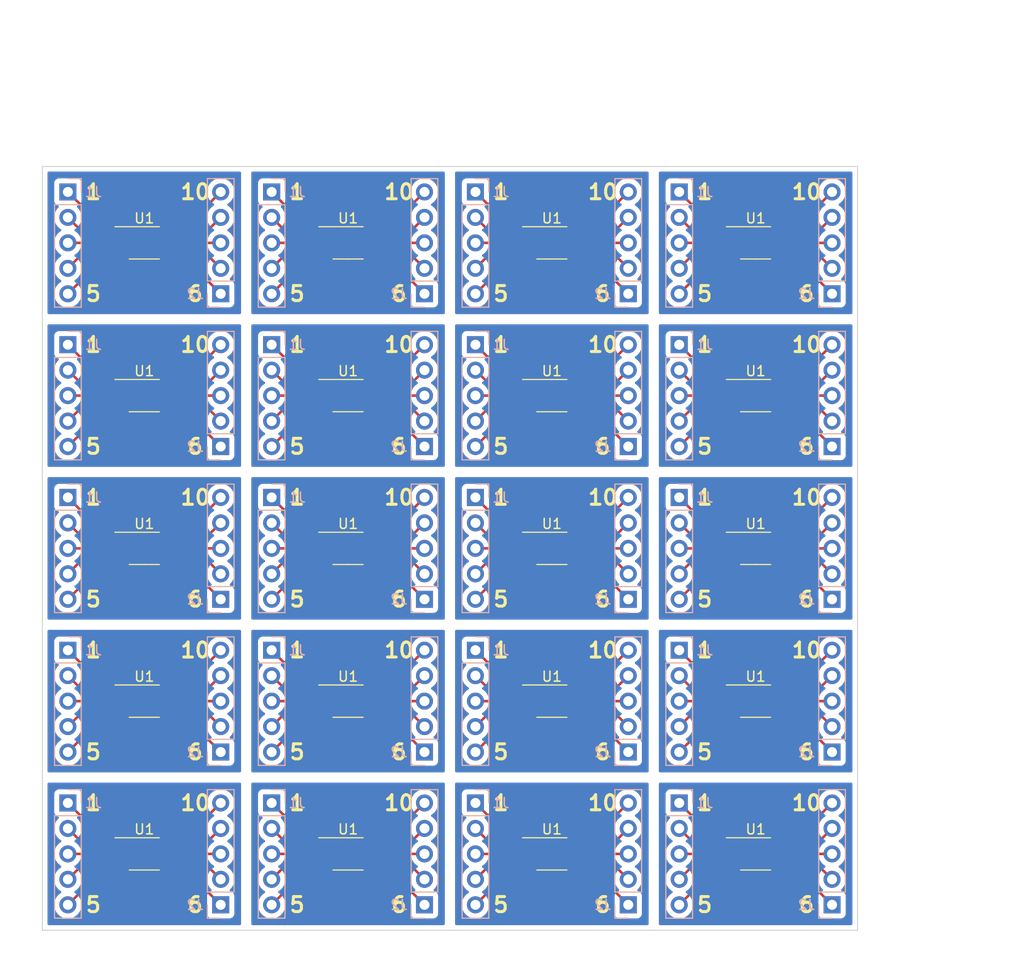
<source format=kicad_pcb>
(kicad_pcb (version 20211014) (generator pcbnew)
  (title_block (title "INA2xx Breakout Board") (date "2023-03-03") (rev "A") (company "ElektroNik Zoller") (comment 1 "Author: Nikolai Zoller") (comment 4 "License: CERN-OHL-P"))
  (layers (0 "F.Cu" signal) (31 "B.Cu" signal) (34 "B.Paste" user) (35 "F.Paste" user) (36 "B.SilkS" user "B.Silkscreen") (37 "F.SilkS" user "F.Silkscreen") (38 "B.Mask" user) (39 "F.Mask" user) (44 "Edge.Cuts" user))
  (net 0 "")
  (net 1 "Board_0-A1 {slash} CS")
  (net 2 "Board_0-A2 {slash} MOSI")
  (net 3 "Board_0-ALERT")
  (net 4 "Board_0-GND")
  (net 5 "Board_0-IN+")
  (net 6 "Board_0-IN-")
  (net 7 "Board_0-SCL {slash} SCLK")
  (net 8 "Board_0-SDA {slash} MISO")
  (net 9 "Board_0-VBUS")
  (net 10 "Board_0-VDD")
  (net 11 "Board_1-A1 {slash} CS")
  (net 12 "Board_1-A2 {slash} MOSI")
  (net 13 "Board_1-ALERT")
  (net 14 "Board_1-GND")
  (net 15 "Board_1-IN+")
  (net 16 "Board_1-IN-")
  (net 17 "Board_1-SCL {slash} SCLK")
  (net 18 "Board_1-SDA {slash} MISO")
  (net 19 "Board_1-VBUS")
  (net 20 "Board_1-VDD")
  (net 21 "Board_2-A1 {slash} CS")
  (net 22 "Board_2-A2 {slash} MOSI")
  (net 23 "Board_2-ALERT")
  (net 24 "Board_2-GND")
  (net 25 "Board_2-IN+")
  (net 26 "Board_2-IN-")
  (net 27 "Board_2-SCL {slash} SCLK")
  (net 28 "Board_2-SDA {slash} MISO")
  (net 29 "Board_2-VBUS")
  (net 30 "Board_2-VDD")
  (net 31 "Board_3-A1 {slash} CS")
  (net 32 "Board_3-A2 {slash} MOSI")
  (net 33 "Board_3-ALERT")
  (net 34 "Board_3-GND")
  (net 35 "Board_3-IN+")
  (net 36 "Board_3-IN-")
  (net 37 "Board_3-SCL {slash} SCLK")
  (net 38 "Board_3-SDA {slash} MISO")
  (net 39 "Board_3-VBUS")
  (net 40 "Board_3-VDD")
  (net 41 "Board_4-A1 {slash} CS")
  (net 42 "Board_4-A2 {slash} MOSI")
  (net 43 "Board_4-ALERT")
  (net 44 "Board_4-GND")
  (net 45 "Board_4-IN+")
  (net 46 "Board_4-IN-")
  (net 47 "Board_4-SCL {slash} SCLK")
  (net 48 "Board_4-SDA {slash} MISO")
  (net 49 "Board_4-VBUS")
  (net 50 "Board_4-VDD")
  (net 51 "Board_5-A1 {slash} CS")
  (net 52 "Board_5-A2 {slash} MOSI")
  (net 53 "Board_5-ALERT")
  (net 54 "Board_5-GND")
  (net 55 "Board_5-IN+")
  (net 56 "Board_5-IN-")
  (net 57 "Board_5-SCL {slash} SCLK")
  (net 58 "Board_5-SDA {slash} MISO")
  (net 59 "Board_5-VBUS")
  (net 60 "Board_5-VDD")
  (net 61 "Board_6-A1 {slash} CS")
  (net 62 "Board_6-A2 {slash} MOSI")
  (net 63 "Board_6-ALERT")
  (net 64 "Board_6-GND")
  (net 65 "Board_6-IN+")
  (net 66 "Board_6-IN-")
  (net 67 "Board_6-SCL {slash} SCLK")
  (net 68 "Board_6-SDA {slash} MISO")
  (net 69 "Board_6-VBUS")
  (net 70 "Board_6-VDD")
  (net 71 "Board_7-A1 {slash} CS")
  (net 72 "Board_7-A2 {slash} MOSI")
  (net 73 "Board_7-ALERT")
  (net 74 "Board_7-GND")
  (net 75 "Board_7-IN+")
  (net 76 "Board_7-IN-")
  (net 77 "Board_7-SCL {slash} SCLK")
  (net 78 "Board_7-SDA {slash} MISO")
  (net 79 "Board_7-VBUS")
  (net 80 "Board_7-VDD")
  (net 81 "Board_8-A1 {slash} CS")
  (net 82 "Board_8-A2 {slash} MOSI")
  (net 83 "Board_8-ALERT")
  (net 84 "Board_8-GND")
  (net 85 "Board_8-IN+")
  (net 86 "Board_8-IN-")
  (net 87 "Board_8-SCL {slash} SCLK")
  (net 88 "Board_8-SDA {slash} MISO")
  (net 89 "Board_8-VBUS")
  (net 90 "Board_8-VDD")
  (net 91 "Board_9-A1 {slash} CS")
  (net 92 "Board_9-A2 {slash} MOSI")
  (net 93 "Board_9-ALERT")
  (net 94 "Board_9-GND")
  (net 95 "Board_9-IN+")
  (net 96 "Board_9-IN-")
  (net 97 "Board_9-SCL {slash} SCLK")
  (net 98 "Board_9-SDA {slash} MISO")
  (net 99 "Board_9-VBUS")
  (net 100 "Board_9-VDD")
  (net 101 "Board_10-A1 {slash} CS")
  (net 102 "Board_10-A2 {slash} MOSI")
  (net 103 "Board_10-ALERT")
  (net 104 "Board_10-GND")
  (net 105 "Board_10-IN+")
  (net 106 "Board_10-IN-")
  (net 107 "Board_10-SCL {slash} SCLK")
  (net 108 "Board_10-SDA {slash} MISO")
  (net 109 "Board_10-VBUS")
  (net 110 "Board_10-VDD")
  (net 111 "Board_11-A1 {slash} CS")
  (net 112 "Board_11-A2 {slash} MOSI")
  (net 113 "Board_11-ALERT")
  (net 114 "Board_11-GND")
  (net 115 "Board_11-IN+")
  (net 116 "Board_11-IN-")
  (net 117 "Board_11-SCL {slash} SCLK")
  (net 118 "Board_11-SDA {slash} MISO")
  (net 119 "Board_11-VBUS")
  (net 120 "Board_11-VDD")
  (net 121 "Board_12-A1 {slash} CS")
  (net 122 "Board_12-A2 {slash} MOSI")
  (net 123 "Board_12-ALERT")
  (net 124 "Board_12-GND")
  (net 125 "Board_12-IN+")
  (net 126 "Board_12-IN-")
  (net 127 "Board_12-SCL {slash} SCLK")
  (net 128 "Board_12-SDA {slash} MISO")
  (net 129 "Board_12-VBUS")
  (net 130 "Board_12-VDD")
  (net 131 "Board_13-A1 {slash} CS")
  (net 132 "Board_13-A2 {slash} MOSI")
  (net 133 "Board_13-ALERT")
  (net 134 "Board_13-GND")
  (net 135 "Board_13-IN+")
  (net 136 "Board_13-IN-")
  (net 137 "Board_13-SCL {slash} SCLK")
  (net 138 "Board_13-SDA {slash} MISO")
  (net 139 "Board_13-VBUS")
  (net 140 "Board_13-VDD")
  (net 141 "Board_14-A1 {slash} CS")
  (net 142 "Board_14-A2 {slash} MOSI")
  (net 143 "Board_14-ALERT")
  (net 144 "Board_14-GND")
  (net 145 "Board_14-IN+")
  (net 146 "Board_14-IN-")
  (net 147 "Board_14-SCL {slash} SCLK")
  (net 148 "Board_14-SDA {slash} MISO")
  (net 149 "Board_14-VBUS")
  (net 150 "Board_14-VDD")
  (net 151 "Board_15-A1 {slash} CS")
  (net 152 "Board_15-A2 {slash} MOSI")
  (net 153 "Board_15-ALERT")
  (net 154 "Board_15-GND")
  (net 155 "Board_15-IN+")
  (net 156 "Board_15-IN-")
  (net 157 "Board_15-SCL {slash} SCLK")
  (net 158 "Board_15-SDA {slash} MISO")
  (net 159 "Board_15-VBUS")
  (net 160 "Board_15-VDD")
  (net 161 "Board_16-A1 {slash} CS")
  (net 162 "Board_16-A2 {slash} MOSI")
  (net 163 "Board_16-ALERT")
  (net 164 "Board_16-GND")
  (net 165 "Board_16-IN+")
  (net 166 "Board_16-IN-")
  (net 167 "Board_16-SCL {slash} SCLK")
  (net 168 "Board_16-SDA {slash} MISO")
  (net 169 "Board_16-VBUS")
  (net 170 "Board_16-VDD")
  (net 171 "Board_17-A1 {slash} CS")
  (net 172 "Board_17-A2 {slash} MOSI")
  (net 173 "Board_17-ALERT")
  (net 174 "Board_17-GND")
  (net 175 "Board_17-IN+")
  (net 176 "Board_17-IN-")
  (net 177 "Board_17-SCL {slash} SCLK")
  (net 178 "Board_17-SDA {slash} MISO")
  (net 179 "Board_17-VBUS")
  (net 180 "Board_17-VDD")
  (net 181 "Board_18-A1 {slash} CS")
  (net 182 "Board_18-A2 {slash} MOSI")
  (net 183 "Board_18-ALERT")
  (net 184 "Board_18-GND")
  (net 185 "Board_18-IN+")
  (net 186 "Board_18-IN-")
  (net 187 "Board_18-SCL {slash} SCLK")
  (net 188 "Board_18-SDA {slash} MISO")
  (net 189 "Board_18-VBUS")
  (net 190 "Board_18-VDD")
  (net 191 "Board_19-A1 {slash} CS")
  (net 192 "Board_19-A2 {slash} MOSI")
  (net 193 "Board_19-ALERT")
  (net 194 "Board_19-GND")
  (net 195 "Board_19-IN+")
  (net 196 "Board_19-IN-")
  (net 197 "Board_19-SCL {slash} SCLK")
  (net 198 "Board_19-SDA {slash} MISO")
  (net 199 "Board_19-VBUS")
  (net 200 "Board_19-VDD")
  (footprint "Package_SO:VSSOP-10_3x3mm_P0.5mm" (layer "F.Cu") (at 118.02 57.62)
    (fp_text reference "U1")
    (fp_text value "INA226")
  )
  (footprint "Package_SO:VSSOP-10_3x3mm_P0.5mm" (layer "F.Cu") (at 158.66 57.62)
    (fp_text reference "U1")
    (fp_text value "INA226")
  )
  (footprint "Package_SO:VSSOP-10_3x3mm_P0.5mm" (layer "F.Cu") (at 178.98 118.58)
    (fp_text reference "U1")
    (fp_text value "INA226")
  )
  (footprint "Package_SO:VSSOP-10_3x3mm_P0.5mm" (layer "F.Cu") (at 158.66 88.1)
    (fp_text reference "U1")
    (fp_text value "INA226")
  )
  (footprint "Package_SO:VSSOP-10_3x3mm_P0.5mm" (layer "F.Cu") (at 118.02 72.86)
    (fp_text reference "U1")
    (fp_text value "INA226")
  )
  (footprint "Package_SO:VSSOP-10_3x3mm_P0.5mm" (layer "F.Cu") (at 118.02 103.34)
    (fp_text reference "U1")
    (fp_text value "INA226")
  )
  (footprint "Package_SO:VSSOP-10_3x3mm_P0.5mm" (layer "F.Cu") (at 158.66 103.34)
    (fp_text reference "U1")
    (fp_text value "INA226")
  )
  (footprint "Package_SO:VSSOP-10_3x3mm_P0.5mm" (layer "F.Cu") (at 178.98 103.34)
    (fp_text reference "U1")
    (fp_text value "INA226")
  )
  (footprint "Package_SO:VSSOP-10_3x3mm_P0.5mm" (layer "F.Cu") (at 178.98 88.1)
    (fp_text reference "U1")
    (fp_text value "INA226")
  )
  (footprint "Package_SO:VSSOP-10_3x3mm_P0.5mm" (layer "F.Cu") (at 138.34 72.86)
    (fp_text reference "U1")
    (fp_text value "INA226")
  )
  (footprint "Package_SO:VSSOP-10_3x3mm_P0.5mm" (layer "F.Cu") (at 138.34 118.58)
    (fp_text reference "U1")
    (fp_text value "INA226")
  )
  (footprint "Package_SO:VSSOP-10_3x3mm_P0.5mm" (layer "F.Cu") (at 158.66 72.86)
    (fp_text reference "U1")
    (fp_text value "INA226")
  )
  (footprint "Package_SO:VSSOP-10_3x3mm_P0.5mm" (layer "F.Cu") (at 118.02 118.58)
    (fp_text reference "U1")
    (fp_text value "INA226")
  )
  (footprint "Package_SO:VSSOP-10_3x3mm_P0.5mm" (layer "F.Cu") (at 178.98 72.86)
    (fp_text reference "U1")
    (fp_text value "INA226")
  )
  (footprint "Package_SO:VSSOP-10_3x3mm_P0.5mm" (layer "F.Cu") (at 138.34 103.34)
    (fp_text reference "U1")
    (fp_text value "INA226")
  )
  (footprint "Package_SO:VSSOP-10_3x3mm_P0.5mm" (layer "F.Cu") (at 138.34 57.62)
    (fp_text reference "U1")
    (fp_text value "INA226")
  )
  (footprint "Package_SO:VSSOP-10_3x3mm_P0.5mm" (layer "F.Cu") (at 158.66 118.58)
    (fp_text reference "U1")
    (fp_text value "INA226")
  )
  (footprint "Package_SO:VSSOP-10_3x3mm_P0.5mm" (layer "F.Cu") (at 118.02 88.1)
    (fp_text reference "U1")
    (fp_text value "INA226")
  )
  (footprint "Package_SO:VSSOP-10_3x3mm_P0.5mm" (layer "F.Cu") (at 138.34 88.1)
    (fp_text reference "U1")
    (fp_text value "INA226")
  )
  (footprint "Package_SO:VSSOP-10_3x3mm_P0.5mm" (layer "F.Cu") (at 178.98 57.62)
    (fp_text reference "U1")
    (fp_text value "INA226")
  )
  (footprint "drawings:elektronik-emblem_3x3.5_solder" (layer "B.Cu") (at 158.66 68.415 180)
    (fp_text reference "G***" hide)
    (fp_text value "LOGO" hide)
  )
  (footprint "Connector_PinHeader_2.54mm:PinHeader_1x05_P2.54mm_Vertical" (layer "B.Cu") (at 186.6 62.7)
    (fp_text reference "J2")
    (fp_text value "Conn_01x05_Male")
  )
  (footprint "Connector_PinHeader_2.54mm:PinHeader_1x05_P2.54mm_Vertical" (layer "B.Cu") (at 125.64 77.94)
    (fp_text reference "J2")
    (fp_text value "Conn_01x05_Male")
  )
  (footprint "Connector_PinHeader_2.54mm:PinHeader_1x05_P2.54mm_Vertical" (layer "B.Cu") (at 151.04 98.26 180)
    (fp_text reference "J1")
    (fp_text value "Conn_01x05_Male")
  )
  (footprint "Connector_PinHeader_2.54mm:PinHeader_1x05_P2.54mm_Vertical" (layer "B.Cu") (at 125.64 62.7)
    (fp_text reference "J2")
    (fp_text value "Conn_01x05_Male")
  )
  (footprint "Connector_PinHeader_2.54mm:PinHeader_1x05_P2.54mm_Vertical" (layer "B.Cu") (at 145.96 77.94)
    (fp_text reference "J2")
    (fp_text value "Conn_01x05_Male")
  )
  (footprint "Connector_PinHeader_2.54mm:PinHeader_1x05_P2.54mm_Vertical" (layer "B.Cu") (at 151.04 67.78 180)
    (fp_text reference "J1")
    (fp_text value "Conn_01x05_Male")
  )
  (footprint "Connector_PinHeader_2.54mm:PinHeader_1x05_P2.54mm_Vertical" (layer "B.Cu") (at 171.36 52.54 180)
    (fp_text reference "J1")
    (fp_text value "Conn_01x05_Male")
  )
  (footprint "Connector_PinHeader_2.54mm:PinHeader_1x05_P2.54mm_Vertical" (layer "B.Cu") (at 171.36 67.78 180)
    (fp_text reference "J1")
    (fp_text value "Conn_01x05_Male")
  )
  (footprint "drawings:elektronik-emblem_3x3.5_solder" (layer "B.Cu") (at 138.34 98.895 180)
    (fp_text reference "G***" hide)
    (fp_text value "LOGO" hide)
  )
  (footprint "drawings:elektronik-emblem_3x3.5_solder" (layer "B.Cu") (at 138.34 53.175 180)
    (fp_text reference "G***" hide)
    (fp_text value "LOGO" hide)
  )
  (footprint "Connector_PinHeader_2.54mm:PinHeader_1x05_P2.54mm_Vertical" (layer "B.Cu") (at 130.72 67.78 180)
    (fp_text reference "J1")
    (fp_text value "Conn_01x05_Male")
  )
  (footprint "drawings:elektronik-emblem_3x3.5_solder" (layer "B.Cu") (at 158.66 114.135 180)
    (fp_text reference "G***" hide)
    (fp_text value "LOGO" hide)
  )
  (footprint "Connector_PinHeader_2.54mm:PinHeader_1x05_P2.54mm_Vertical" (layer "B.Cu") (at 166.28 123.66)
    (fp_text reference "J2")
    (fp_text value "Conn_01x05_Male")
  )
  (footprint "Connector_PinHeader_2.54mm:PinHeader_1x05_P2.54mm_Vertical" (layer "B.Cu") (at 186.6 123.66)
    (fp_text reference "J2")
    (fp_text value "Conn_01x05_Male")
  )
  (footprint "drawings:elektronik-emblem_3x3.5_solder" (layer "B.Cu") (at 178.98 114.135 180)
    (fp_text reference "G***" hide)
    (fp_text value "LOGO" hide)
  )
  (footprint "drawings:elektronik-emblem_3x3.5_solder" (layer "B.Cu") (at 118.02 53.175 180)
    (fp_text reference "G***" hide)
    (fp_text value "LOGO" hide)
  )
  (footprint "Connector_PinHeader_2.54mm:PinHeader_1x05_P2.54mm_Vertical" (layer "B.Cu") (at 110.4 83.02 180)
    (fp_text reference "J1")
    (fp_text value "Conn_01x05_Male")
  )
  (footprint "drawings:elektronik-emblem_3x3.5_solder" (layer "B.Cu") (at 158.66 53.175 180)
    (fp_text reference "G***" hide)
    (fp_text value "LOGO" hide)
  )
  (footprint "drawings:elektronik-emblem_3x3.5_solder" (layer "B.Cu") (at 118.02 83.655 180)
    (fp_text reference "G***" hide)
    (fp_text value "LOGO" hide)
  )
  (footprint "Connector_PinHeader_2.54mm:PinHeader_1x05_P2.54mm_Vertical" (layer "B.Cu") (at 186.6 108.42)
    (fp_text reference "J2")
    (fp_text value "Conn_01x05_Male")
  )
  (footprint "drawings:elektronik-emblem_3x3.5_solder" (layer "B.Cu") (at 118.02 68.415 180)
    (fp_text reference "G***" hide)
    (fp_text value "LOGO" hide)
  )
  (footprint "Connector_PinHeader_2.54mm:PinHeader_1x05_P2.54mm_Vertical" (layer "B.Cu") (at 125.64 108.42)
    (fp_text reference "J2")
    (fp_text value "Conn_01x05_Male")
  )
  (footprint "drawings:elektronik-emblem_3x3.5_solder" (layer "B.Cu") (at 138.34 83.655 180)
    (fp_text reference "G***" hide)
    (fp_text value "LOGO" hide)
  )
  (footprint "drawings:elektronik-emblem_3x3.5_solder" (layer "B.Cu") (at 138.34 114.135 180)
    (fp_text reference "G***" hide)
    (fp_text value "LOGO" hide)
  )
  (footprint "Connector_PinHeader_2.54mm:PinHeader_1x05_P2.54mm_Vertical" (layer "B.Cu") (at 166.28 108.42)
    (fp_text reference "J2")
    (fp_text value "Conn_01x05_Male")
  )
  (footprint "Connector_PinHeader_2.54mm:PinHeader_1x05_P2.54mm_Vertical" (layer "B.Cu") (at 130.72 98.26 180)
    (fp_text reference "J1")
    (fp_text value "Conn_01x05_Male")
  )
  (footprint "Connector_PinHeader_2.54mm:PinHeader_1x05_P2.54mm_Vertical" (layer "B.Cu") (at 125.64 123.66)
    (fp_text reference "J2")
    (fp_text value "Conn_01x05_Male")
  )
  (footprint "Connector_PinHeader_2.54mm:PinHeader_1x05_P2.54mm_Vertical" (layer "B.Cu") (at 110.4 52.54 180)
    (fp_text reference "J1")
    (fp_text value "Conn_01x05_Male")
  )
  (footprint "Connector_PinHeader_2.54mm:PinHeader_1x05_P2.54mm_Vertical" (layer "B.Cu") (at 145.96 123.66)
    (fp_text reference "J2")
    (fp_text value "Conn_01x05_Male")
  )
  (footprint "drawings:elektronik-emblem_3x3.5_solder" (layer "B.Cu") (at 118.02 98.895 180)
    (fp_text reference "G***" hide)
    (fp_text value "LOGO" hide)
  )
  (footprint "drawings:elektronik-emblem_3x3.5_solder" (layer "B.Cu") (at 178.98 83.655 180)
    (fp_text reference "G***" hide)
    (fp_text value "LOGO" hide)
  )
  (footprint "Connector_PinHeader_2.54mm:PinHeader_1x05_P2.54mm_Vertical" (layer "B.Cu") (at 130.72 83.02 180)
    (fp_text reference "J1")
    (fp_text value "Conn_01x05_Male")
  )
  (footprint "Connector_PinHeader_2.54mm:PinHeader_1x05_P2.54mm_Vertical" (layer "B.Cu") (at 110.4 67.78 180)
    (fp_text reference "J1")
    (fp_text value "Conn_01x05_Male")
  )
  (footprint "Connector_PinHeader_2.54mm:PinHeader_1x05_P2.54mm_Vertical" (layer "B.Cu") (at 151.04 52.54 180)
    (fp_text reference "J1")
    (fp_text value "Conn_01x05_Male")
  )
  (footprint "Connector_PinHeader_2.54mm:PinHeader_1x05_P2.54mm_Vertical" (layer "B.Cu") (at 130.72 52.54 180)
    (fp_text reference "J1")
    (fp_text value "Conn_01x05_Male")
  )
  (footprint "drawings:elektronik-emblem_3x3.5_solder" (layer "B.Cu") (at 138.34 68.415 180)
    (fp_text reference "G***" hide)
    (fp_text value "LOGO" hide)
  )
  (footprint "Connector_PinHeader_2.54mm:PinHeader_1x05_P2.54mm_Vertical" (layer "B.Cu") (at 186.6 93.18)
    (fp_text reference "J2")
    (fp_text value "Conn_01x05_Male")
  )
  (footprint "drawings:elektronik-emblem_3x3.5_solder" (layer "B.Cu") (at 158.66 98.895 180)
    (fp_text reference "G***" hide)
    (fp_text value "LOGO" hide)
  )
  (footprint "drawings:elektronik-emblem_3x3.5_solder" (layer "B.Cu") (at 178.98 53.175 180)
    (fp_text reference "G***" hide)
    (fp_text value "LOGO" hide)
  )
  (footprint "Connector_PinHeader_2.54mm:PinHeader_1x05_P2.54mm_Vertical" (layer "B.Cu") (at 110.4 98.26 180)
    (fp_text reference "J1")
    (fp_text value "Conn_01x05_Male")
  )
  (footprint "Connector_PinHeader_2.54mm:PinHeader_1x05_P2.54mm_Vertical" (layer "B.Cu") (at 145.96 108.42)
    (fp_text reference "J2")
    (fp_text value "Conn_01x05_Male")
  )
  (footprint "Connector_PinHeader_2.54mm:PinHeader_1x05_P2.54mm_Vertical" (layer "B.Cu") (at 110.4 113.5 180)
    (fp_text reference "J1")
    (fp_text value "Conn_01x05_Male")
  )
  (footprint "Connector_PinHeader_2.54mm:PinHeader_1x05_P2.54mm_Vertical" (layer "B.Cu") (at 130.72 113.5 180)
    (fp_text reference "J1")
    (fp_text value "Conn_01x05_Male")
  )
  (footprint "drawings:elektronik-emblem_3x3.5_solder" (layer "B.Cu") (at 158.66 83.655 180)
    (fp_text reference "G***" hide)
    (fp_text value "LOGO" hide)
  )
  (footprint "Connector_PinHeader_2.54mm:PinHeader_1x05_P2.54mm_Vertical" (layer "B.Cu") (at 145.96 93.18)
    (fp_text reference "J2")
    (fp_text value "Conn_01x05_Male")
  )
  (footprint "Connector_PinHeader_2.54mm:PinHeader_1x05_P2.54mm_Vertical" (layer "B.Cu") (at 186.6 77.94)
    (fp_text reference "J2")
    (fp_text value "Conn_01x05_Male")
  )
  (footprint "Connector_PinHeader_2.54mm:PinHeader_1x05_P2.54mm_Vertical" (layer "B.Cu") (at 145.96 62.7)
    (fp_text reference "J2")
    (fp_text value "Conn_01x05_Male")
  )
  (footprint "drawings:elektronik-emblem_3x3.5_solder" (layer "B.Cu") (at 178.98 68.415 180)
    (fp_text reference "G***" hide)
    (fp_text value "LOGO" hide)
  )
  (footprint "Connector_PinHeader_2.54mm:PinHeader_1x05_P2.54mm_Vertical" (layer "B.Cu") (at 166.28 77.94)
    (fp_text reference "J2")
    (fp_text value "Conn_01x05_Male")
  )
  (footprint "Connector_PinHeader_2.54mm:PinHeader_1x05_P2.54mm_Vertical" (layer "B.Cu") (at 171.36 98.26 180)
    (fp_text reference "J1")
    (fp_text value "Conn_01x05_Male")
  )
  (footprint "drawings:elektronik-emblem_3x3.5_solder" (layer "B.Cu") (at 118.02 114.135 180)
    (fp_text reference "G***" hide)
    (fp_text value "LOGO" hide)
  )
  (footprint "Connector_PinHeader_2.54mm:PinHeader_1x05_P2.54mm_Vertical" (layer "B.Cu") (at 151.04 113.5 180)
    (fp_text reference "J1")
    (fp_text value "Conn_01x05_Male")
  )
  (footprint "drawings:elektronik-emblem_3x3.5_solder" (layer "B.Cu") (at 178.98 98.895 180)
    (fp_text reference "G***" hide)
    (fp_text value "LOGO" hide)
  )
  (footprint "Connector_PinHeader_2.54mm:PinHeader_1x05_P2.54mm_Vertical" (layer "B.Cu") (at 166.28 62.7)
    (fp_text reference "J2")
    (fp_text value "Conn_01x05_Male")
  )
  (footprint "Connector_PinHeader_2.54mm:PinHeader_1x05_P2.54mm_Vertical" (layer "B.Cu") (at 171.36 113.5 180)
    (fp_text reference "J1")
    (fp_text value "Conn_01x05_Male")
  )
  (footprint "Connector_PinHeader_2.54mm:PinHeader_1x05_P2.54mm_Vertical" (layer "B.Cu") (at 151.04 83.02 180)
    (fp_text reference "J1")
    (fp_text value "Conn_01x05_Male")
  )
  (footprint "Connector_PinHeader_2.54mm:PinHeader_1x05_P2.54mm_Vertical" (layer "B.Cu") (at 166.28 93.18)
    (fp_text reference "J2")
    (fp_text value "Conn_01x05_Male")
  )
  (footprint "Connector_PinHeader_2.54mm:PinHeader_1x05_P2.54mm_Vertical" (layer "B.Cu") (at 125.64 93.18)
    (fp_text reference "J2")
    (fp_text value "Conn_01x05_Male")
  )
  (footprint "Connector_PinHeader_2.54mm:PinHeader_1x05_P2.54mm_Vertical" (layer "B.Cu") (at 171.36 83.02 180)
    (fp_text reference "J1")
    (fp_text value "Conn_01x05_Male")
  )
  (gr_line (start 189.14 126.2) (end 189.14 126.2) (layer "Edge.Cuts") (width 0.1))
  (gr_line (start 148.5 126.2) (end 168.82 126.2) (layer "Edge.Cuts") (width 0.1))
  (gr_line (start 107.86 50) (end 107.86 65.24) (layer "Edge.Cuts") (width 0.1))
  (gr_line (start 107.86 126.2) (end 128.18 126.2) (layer "Edge.Cuts") (width 0.1))
  (gr_line (start 189.14 95.72) (end 189.14 80.48) (layer "Edge.Cuts") (width 0.1))
  (gr_line (start 189.14 80.48) (end 189.14 65.24) (layer "Edge.Cuts") (width 0.1))
  (gr_line (start 107.86 65.24) (end 107.86 80.48) (layer "Edge.Cuts") (width 0.1))
  (gr_line (start 107.86 110.96) (end 107.86 126.2) (layer "Edge.Cuts") (width 0.1))
  (gr_line (start 107.86 80.48) (end 107.86 95.72) (layer "Edge.Cuts") (width 0.1))
  (gr_line (start 107.86 95.72) (end 107.86 110.96) (layer "Edge.Cuts") (width 0.1))
  (gr_line (start 168.82 126.2) (end 189.14 126.2) (layer "Edge.Cuts") (width 0.1))
  (gr_line (start 189.14 126.2) (end 189.14 110.96) (layer "Edge.Cuts") (width 0.1))
  (gr_line (start 189.14 50) (end 168.82 50) (layer "Edge.Cuts") (width 0.1))
  (gr_line (start 128.18 50) (end 107.86 50) (layer "Edge.Cuts") (width 0.1))
  (gr_line (start 148.5 50) (end 128.18 50) (layer "Edge.Cuts") (width 0.1))
  (gr_line (start 189.14 65.24) (end 189.14 50) (layer "Edge.Cuts") (width 0.1))
  (gr_line (start 189.14 110.96) (end 189.14 95.72) (layer "Edge.Cuts") (width 0.1))
  (gr_line (start 128.18 126.2) (end 148.5 126.2) (layer "Edge.Cuts") (width 0.1))
  (gr_line (start 168.82 50) (end 148.5 50) (layer "Edge.Cuts") (width 0.1))
  (gr_text "5" (at 153.58 123.66) (layer "F.SilkS") (effects (font (size 1.5 1.5) (thickness 0.3))))
  (gr_text "5" (at 133.26 93.18) (layer "F.SilkS") (effects (font (size 1.5 1.5) (thickness 0.3))))
  (gr_text "5" (at 133.26 123.66) (layer "F.SilkS") (effects (font (size 1.5 1.5) (thickness 0.3))))
  (gr_text "5" (at 153.58 62.7) (layer "F.SilkS") (effects (font (size 1.5 1.5) (thickness 0.3))))
  (gr_text "5" (at 112.94 108.42) (layer "F.SilkS") (effects (font (size 1.5 1.5) (thickness 0.3))))
  (gr_text "5" (at 173.9 77.94) (layer "F.SilkS") (effects (font (size 1.5 1.5) (thickness 0.3))))
  (gr_text "5" (at 112.94 123.66) (layer "F.SilkS") (effects (font (size 1.5 1.5) (thickness 0.3))))
  (gr_text "5" (at 173.9 62.7) (layer "F.SilkS") (effects (font (size 1.5 1.5) (thickness 0.3))))
  (gr_text "5" (at 153.58 108.42) (layer "F.SilkS") (effects (font (size 1.5 1.5) (thickness 0.3))))
  (gr_text "5" (at 153.58 93.18) (layer "F.SilkS") (effects (font (size 1.5 1.5) (thickness 0.3))))
  (gr_text "5" (at 173.9 108.42) (layer "F.SilkS") (effects (font (size 1.5 1.5) (thickness 0.3))))
  (gr_text "5" (at 112.94 62.7) (layer "F.SilkS") (effects (font (size 1.5 1.5) (thickness 0.3))))
  (gr_text "5" (at 173.9 93.18) (layer "F.SilkS") (effects (font (size 1.5 1.5) (thickness 0.3))))
  (gr_text "5" (at 153.58 77.94) (layer "F.SilkS") (effects (font (size 1.5 1.5) (thickness 0.3))))
  (gr_text "5" (at 133.26 77.94) (layer "F.SilkS") (effects (font (size 1.5 1.5) (thickness 0.3))))
  (gr_text "5" (at 112.94 93.18) (layer "F.SilkS") (effects (font (size 1.5 1.5) (thickness 0.3))))
  (gr_text "5" (at 112.94 77.94) (layer "F.SilkS") (effects (font (size 1.5 1.5) (thickness 0.3))))
  (gr_text "5" (at 133.26 62.7) (layer "F.SilkS") (effects (font (size 1.5 1.5) (thickness 0.3))))
  (gr_text "5" (at 173.9 123.66) (layer "F.SilkS") (effects (font (size 1.5 1.5) (thickness 0.3))))
  (gr_text "5" (at 133.26 108.42) (layer "F.SilkS") (effects (font (size 1.5 1.5) (thickness 0.3))))
  (gr_text "10" (at 123.1 52.54) (layer "F.SilkS") (effects (font (size 1.5 1.5) (thickness 0.3))))
  (gr_text "10" (at 143.42 67.78) (layer "F.SilkS") (effects (font (size 1.5 1.5) (thickness 0.3))))
  (gr_text "10" (at 184.06 83.02) (layer "F.SilkS") (effects (font (size 1.5 1.5) (thickness 0.3))))
  (gr_text "10" (at 143.42 98.26) (layer "F.SilkS") (effects (font (size 1.5 1.5) (thickness 0.3))))
  (gr_text "10" (at 123.1 83.02) (layer "F.SilkS") (effects (font (size 1.5 1.5) (thickness 0.3))))
  (gr_text "10" (at 163.74 83.02) (layer "F.SilkS") (effects (font (size 1.5 1.5) (thickness 0.3))))
  (gr_text "10" (at 184.06 113.5) (layer "F.SilkS") (effects (font (size 1.5 1.5) (thickness 0.3))))
  (gr_text "10" (at 143.42 52.54) (layer "F.SilkS") (effects (font (size 1.5 1.5) (thickness 0.3))))
  (gr_text "10" (at 163.74 98.26) (layer "F.SilkS") (effects (font (size 1.5 1.5) (thickness 0.3))))
  (gr_text "10" (at 184.06 52.54) (layer "F.SilkS") (effects (font (size 1.5 1.5) (thickness 0.3))))
  (gr_text "10" (at 143.42 83.02) (layer "F.SilkS") (effects (font (size 1.5 1.5) (thickness 0.3))))
  (gr_text "10" (at 143.42 113.5) (layer "F.SilkS") (effects (font (size 1.5 1.5) (thickness 0.3))))
  (gr_text "10" (at 184.06 98.26) (layer "F.SilkS") (effects (font (size 1.5 1.5) (thickness 0.3))))
  (gr_text "10" (at 184.06 67.78) (layer "F.SilkS") (effects (font (size 1.5 1.5) (thickness 0.3))))
  (gr_text "10" (at 163.74 52.54) (layer "F.SilkS") (effects (font (size 1.5 1.5) (thickness 0.3))))
  (gr_text "10" (at 123.1 98.26) (layer "F.SilkS") (effects (font (size 1.5 1.5) (thickness 0.3))))
  (gr_text "10" (at 163.74 67.78) (layer "F.SilkS") (effects (font (size 1.5 1.5) (thickness 0.3))))
  (gr_text "10" (at 163.74 113.5) (layer "F.SilkS") (effects (font (size 1.5 1.5) (thickness 0.3))))
  (gr_text "10" (at 123.1 113.5) (layer "F.SilkS") (effects (font (size 1.5 1.5) (thickness 0.3))))
  (gr_text "10" (at 123.1 67.78) (layer "F.SilkS") (effects (font (size 1.5 1.5) (thickness 0.3))))
  (gr_text "1" (at 112.94 98.26) (layer "F.SilkS") (effects (font (size 1.5 1.5) (thickness 0.3))))
  (gr_text "1" (at 112.94 113.5) (layer "F.SilkS") (effects (font (size 1.5 1.5) (thickness 0.3))))
  (gr_text "1" (at 112.94 67.78) (layer "F.SilkS") (effects (font (size 1.5 1.5) (thickness 0.3))))
  (gr_text "1" (at 173.9 67.78) (layer "F.SilkS") (effects (font (size 1.5 1.5) (thickness 0.3))))
  (gr_text "1" (at 153.58 113.5) (layer "F.SilkS") (effects (font (size 1.5 1.5) (thickness 0.3))))
  (gr_text "1" (at 133.26 52.54) (layer "F.SilkS") (effects (font (size 1.5 1.5) (thickness 0.3))))
  (gr_text "1" (at 173.9 98.26) (layer "F.SilkS") (effects (font (size 1.5 1.5) (thickness 0.3))))
  (gr_text "1" (at 173.9 113.5) (layer "F.SilkS") (effects (font (size 1.5 1.5) (thickness 0.3))))
  (gr_text "1" (at 153.58 98.26) (layer "F.SilkS") (effects (font (size 1.5 1.5) (thickness 0.3))))
  (gr_text "1" (at 153.58 83.02) (layer "F.SilkS") (effects (font (size 1.5 1.5) (thickness 0.3))))
  (gr_text "1" (at 133.26 113.5) (layer "F.SilkS") (effects (font (size 1.5 1.5) (thickness 0.3))))
  (gr_text "1" (at 112.94 83.02) (layer "F.SilkS") (effects (font (size 1.5 1.5) (thickness 0.3))))
  (gr_text "1" (at 153.58 67.78) (layer "F.SilkS") (effects (font (size 1.5 1.5) (thickness 0.3))))
  (gr_text "1" (at 133.26 67.78) (layer "F.SilkS") (effects (font (size 1.5 1.5) (thickness 0.3))))
  (gr_text "1" (at 153.58 52.54) (layer "F.SilkS") (effects (font (size 1.5 1.5) (thickness 0.3))))
  (gr_text "1" (at 133.26 83.02) (layer "F.SilkS") (effects (font (size 1.5 1.5) (thickness 0.3))))
  (gr_text "1" (at 173.9 83.02) (layer "F.SilkS") (effects (font (size 1.5 1.5) (thickness 0.3))))
  (gr_text "1" (at 133.26 98.26) (layer "F.SilkS") (effects (font (size 1.5 1.5) (thickness 0.3))))
  (gr_text "1" (at 173.9 52.54) (layer "F.SilkS") (effects (font (size 1.5 1.5) (thickness 0.3))))
  (gr_text "1" (at 112.94 52.54) (layer "F.SilkS") (effects (font (size 1.5 1.5) (thickness 0.3))))
  (gr_text "6" (at 143.42 62.7) (layer "F.SilkS") (effects (font (size 1.5 1.5) (thickness 0.3))))
  (gr_text "6" (at 123.1 77.94) (layer "F.SilkS") (effects (font (size 1.5 1.5) (thickness 0.3))))
  (gr_text "6" (at 163.74 77.94) (layer "F.SilkS") (effects (font (size 1.5 1.5) (thickness 0.3))))
  (gr_text "6" (at 184.06 62.7) (layer "F.SilkS") (effects (font (size 1.5 1.5) (thickness 0.3))))
  (gr_text "6" (at 184.06 77.94) (layer "F.SilkS") (effects (font (size 1.5 1.5) (thickness 0.3))))
  (gr_text "6" (at 143.42 108.42) (layer "F.SilkS") (effects (font (size 1.5 1.5) (thickness 0.3))))
  (gr_text "6" (at 184.06 123.66) (layer "F.SilkS") (effects (font (size 1.5 1.5) (thickness 0.3))))
  (gr_text "6" (at 163.74 123.66) (layer "F.SilkS") (effects (font (size 1.5 1.5) (thickness 0.3))))
  (gr_text "6" (at 163.74 93.18) (layer "F.SilkS") (effects (font (size 1.5 1.5) (thickness 0.3))))
  (gr_text "6" (at 143.42 93.18) (layer "F.SilkS") (effects (font (size 1.5 1.5) (thickness 0.3))))
  (gr_text "6" (at 123.1 123.66) (layer "F.SilkS") (effects (font (size 1.5 1.5) (thickness 0.3))))
  (gr_text "6" (at 143.42 123.66) (layer "F.SilkS") (effects (font (size 1.5 1.5) (thickness 0.3))))
  (gr_text "6" (at 123.1 93.18) (layer "F.SilkS") (effects (font (size 1.5 1.5) (thickness 0.3))))
  (gr_text "6" (at 184.06 93.18) (layer "F.SilkS") (effects (font (size 1.5 1.5) (thickness 0.3))))
  (gr_text "6" (at 184.06 108.42) (layer "F.SilkS") (effects (font (size 1.5 1.5) (thickness 0.3))))
  (gr_text "6" (at 163.74 108.42) (layer "F.SilkS") (effects (font (size 1.5 1.5) (thickness 0.3))))
  (gr_text "6" (at 123.1 108.42) (layer "F.SilkS") (effects (font (size 1.5 1.5) (thickness 0.3))))
  (gr_text "6" (at 163.74 62.7) (layer "F.SilkS") (effects (font (size 1.5 1.5) (thickness 0.3))))
  (gr_text "6" (at 123.1 62.7) (layer "F.SilkS") (effects (font (size 1.5 1.5) (thickness 0.3))))
  (gr_text "6" (at 143.42 77.94) (layer "F.SilkS") (effects (font (size 1.5 1.5) (thickness 0.3))))
  (segment (start 110.4 52.54) (end 114.48 56.62) (width 0.25) (layer "F.Cu") (net 1))
  (segment (start 114.48 56.62) (end 115.82 56.62) (width 0.25) (layer "F.Cu") (net 1))
  (segment (start 110.4 55.08) (end 112.44 57.12) (width 0.25) (layer "F.Cu") (net 2))
  (segment (start 112.44 57.12) (end 115.82 57.12) (width 0.25) (layer "F.Cu") (net 2))
  (segment (start 110.4 57.62) (end 115.82 57.62) (width 0.25) (layer "F.Cu") (net 3))
  (segment (start 123.6 58.12) (end 120.22 58.12) (width 0.25) (layer "F.Cu") (net 4))
  (segment (start 125.64 60.16) (end 123.6 58.12) (width 0.25) (layer "F.Cu") (net 4))
  (segment (start 121.56 56.62) (end 120.22 56.62) (width 0.25) (layer "F.Cu") (net 5))
  (segment (start 125.64 52.54) (end 121.56 56.62) (width 0.25) (layer "F.Cu") (net 5))
  (segment (start 123.6 57.12) (end 120.22 57.12) (width 0.25) (layer "F.Cu") (net 6))
  (segment (start 125.64 55.08) (end 123.6 57.12) (width 0.25) (layer "F.Cu") (net 6))
  (segment (start 110.4 62.7) (end 114.48 58.62) (width 0.25) (layer "F.Cu") (net 7))
  (segment (start 114.48 58.62) (end 115.82 58.62) (width 0.25) (layer "F.Cu") (net 7))
  (segment (start 110.4 60.16) (end 112.44 58.12) (width 0.25) (layer "F.Cu") (net 8))
  (segment (start 112.44 58.12) (end 115.82 58.12) (width 0.25) (layer "F.Cu") (net 8))
  (segment (start 125.64 57.62) (end 120.22 57.62) (width 0.25) (layer "F.Cu") (net 9))
  (segment (start 121.56 58.62) (end 120.22 58.62) (width 0.25) (layer "F.Cu") (net 10))
  (segment (start 125.64 62.7) (end 121.56 58.62) (width 0.25) (layer "F.Cu") (net 10))
  (segment (start 130.72 52.54) (end 134.8 56.62) (width 0.25) (layer "F.Cu") (net 11))
  (segment (start 134.8 56.62) (end 136.14 56.62) (width 0.25) (layer "F.Cu") (net 11))
  (segment (start 130.72 55.08) (end 132.76 57.12) (width 0.25) (layer "F.Cu") (net 12))
  (segment (start 132.76 57.12) (end 136.14 57.12) (width 0.25) (layer "F.Cu") (net 12))
  (segment (start 130.72 57.62) (end 136.14 57.62) (width 0.25) (layer "F.Cu") (net 13))
  (segment (start 143.92 58.12) (end 140.54 58.12) (width 0.25) (layer "F.Cu") (net 14))
  (segment (start 145.96 60.16) (end 143.92 58.12) (width 0.25) (layer "F.Cu") (net 14))
  (segment (start 141.88 56.62) (end 140.54 56.62) (width 0.25) (layer "F.Cu") (net 15))
  (segment (start 145.96 52.54) (end 141.88 56.62) (width 0.25) (layer "F.Cu") (net 15))
  (segment (start 143.92 57.12) (end 140.54 57.12) (width 0.25) (layer "F.Cu") (net 16))
  (segment (start 145.96 55.08) (end 143.92 57.12) (width 0.25) (layer "F.Cu") (net 16))
  (segment (start 130.72 62.7) (end 134.8 58.62) (width 0.25) (layer "F.Cu") (net 17))
  (segment (start 134.8 58.62) (end 136.14 58.62) (width 0.25) (layer "F.Cu") (net 17))
  (segment (start 130.72 60.16) (end 132.76 58.12) (width 0.25) (layer "F.Cu") (net 18))
  (segment (start 132.76 58.12) (end 136.14 58.12) (width 0.25) (layer "F.Cu") (net 18))
  (segment (start 145.96 57.62) (end 140.54 57.62) (width 0.25) (layer "F.Cu") (net 19))
  (segment (start 141.88 58.62) (end 140.54 58.62) (width 0.25) (layer "F.Cu") (net 20))
  (segment (start 145.96 62.7) (end 141.88 58.62) (width 0.25) (layer "F.Cu") (net 20))
  (segment (start 151.04 52.54) (end 155.12 56.62) (width 0.25) (layer "F.Cu") (net 21))
  (segment (start 155.12 56.62) (end 156.46 56.62) (width 0.25) (layer "F.Cu") (net 21))
  (segment (start 151.04 55.08) (end 153.08 57.12) (width 0.25) (layer "F.Cu") (net 22))
  (segment (start 153.08 57.12) (end 156.46 57.12) (width 0.25) (layer "F.Cu") (net 22))
  (segment (start 151.04 57.62) (end 156.46 57.62) (width 0.25) (layer "F.Cu") (net 23))
  (segment (start 164.24 58.12) (end 160.86 58.12) (width 0.25) (layer "F.Cu") (net 24))
  (segment (start 166.28 60.16) (end 164.24 58.12) (width 0.25) (layer "F.Cu") (net 24))
  (segment (start 162.2 56.62) (end 160.86 56.62) (width 0.25) (layer "F.Cu") (net 25))
  (segment (start 166.28 52.54) (end 162.2 56.62) (width 0.25) (layer "F.Cu") (net 25))
  (segment (start 164.24 57.12) (end 160.86 57.12) (width 0.25) (layer "F.Cu") (net 26))
  (segment (start 166.28 55.08) (end 164.24 57.12) (width 0.25) (layer "F.Cu") (net 26))
  (segment (start 151.04 62.7) (end 155.12 58.62) (width 0.25) (layer "F.Cu") (net 27))
  (segment (start 155.12 58.62) (end 156.46 58.62) (width 0.25) (layer "F.Cu") (net 27))
  (segment (start 151.04 60.16) (end 153.08 58.12) (width 0.25) (layer "F.Cu") (net 28))
  (segment (start 153.08 58.12) (end 156.46 58.12) (width 0.25) (layer "F.Cu") (net 28))
  (segment (start 166.28 57.62) (end 160.86 57.62) (width 0.25) (layer "F.Cu") (net 29))
  (segment (start 162.2 58.62) (end 160.86 58.62) (width 0.25) (layer "F.Cu") (net 30))
  (segment (start 166.28 62.7) (end 162.2 58.62) (width 0.25) (layer "F.Cu") (net 30))
  (segment (start 171.36 52.54) (end 175.44 56.62) (width 0.25) (layer "F.Cu") (net 31))
  (segment (start 175.44 56.62) (end 176.78 56.62) (width 0.25) (layer "F.Cu") (net 31))
  (segment (start 171.36 55.08) (end 173.4 57.12) (width 0.25) (layer "F.Cu") (net 32))
  (segment (start 173.4 57.12) (end 176.78 57.12) (width 0.25) (layer "F.Cu") (net 32))
  (segment (start 171.36 57.62) (end 176.78 57.62) (width 0.25) (layer "F.Cu") (net 33))
  (segment (start 184.56 58.12) (end 181.18 58.12) (width 0.25) (layer "F.Cu") (net 34))
  (segment (start 186.6 60.16) (end 184.56 58.12) (width 0.25) (layer "F.Cu") (net 34))
  (segment (start 182.52 56.62) (end 181.18 56.62) (width 0.25) (layer "F.Cu") (net 35))
  (segment (start 186.6 52.54) (end 182.52 56.62) (width 0.25) (layer "F.Cu") (net 35))
  (segment (start 184.56 57.12) (end 181.18 57.12) (width 0.25) (layer "F.Cu") (net 36))
  (segment (start 186.6 55.08) (end 184.56 57.12) (width 0.25) (layer "F.Cu") (net 36))
  (segment (start 171.36 62.7) (end 175.44 58.62) (width 0.25) (layer "F.Cu") (net 37))
  (segment (start 175.44 58.62) (end 176.78 58.62) (width 0.25) (layer "F.Cu") (net 37))
  (segment (start 171.36 60.16) (end 173.4 58.12) (width 0.25) (layer "F.Cu") (net 38))
  (segment (start 173.4 58.12) (end 176.78 58.12) (width 0.25) (layer "F.Cu") (net 38))
  (segment (start 186.6 57.62) (end 181.18 57.62) (width 0.25) (layer "F.Cu") (net 39))
  (segment (start 182.52 58.62) (end 181.18 58.62) (width 0.25) (layer "F.Cu") (net 40))
  (segment (start 186.6 62.7) (end 182.52 58.62) (width 0.25) (layer "F.Cu") (net 40))
  (segment (start 110.4 67.78) (end 114.48 71.86) (width 0.25) (layer "F.Cu") (net 41))
  (segment (start 114.48 71.86) (end 115.82 71.86) (width 0.25) (layer "F.Cu") (net 41))
  (segment (start 110.4 70.32) (end 112.44 72.36) (width 0.25) (layer "F.Cu") (net 42))
  (segment (start 112.44 72.36) (end 115.82 72.36) (width 0.25) (layer "F.Cu") (net 42))
  (segment (start 110.4 72.86) (end 115.82 72.86) (width 0.25) (layer "F.Cu") (net 43))
  (segment (start 123.6 73.36) (end 120.22 73.36) (width 0.25) (layer "F.Cu") (net 44))
  (segment (start 125.64 75.4) (end 123.6 73.36) (width 0.25) (layer "F.Cu") (net 44))
  (segment (start 121.56 71.86) (end 120.22 71.86) (width 0.25) (layer "F.Cu") (net 45))
  (segment (start 125.64 67.78) (end 121.56 71.86) (width 0.25) (layer "F.Cu") (net 45))
  (segment (start 123.6 72.36) (end 120.22 72.36) (width 0.25) (layer "F.Cu") (net 46))
  (segment (start 125.64 70.32) (end 123.6 72.36) (width 0.25) (layer "F.Cu") (net 46))
  (segment (start 110.4 77.94) (end 114.48 73.86) (width 0.25) (layer "F.Cu") (net 47))
  (segment (start 114.48 73.86) (end 115.82 73.86) (width 0.25) (layer "F.Cu") (net 47))
  (segment (start 110.4 75.4) (end 112.44 73.36) (width 0.25) (layer "F.Cu") (net 48))
  (segment (start 112.44 73.36) (end 115.82 73.36) (width 0.25) (layer "F.Cu") (net 48))
  (segment (start 125.64 72.86) (end 120.22 72.86) (width 0.25) (layer "F.Cu") (net 49))
  (segment (start 121.56 73.86) (end 120.22 73.86) (width 0.25) (layer "F.Cu") (net 50))
  (segment (start 125.64 77.94) (end 121.56 73.86) (width 0.25) (layer "F.Cu") (net 50))
  (segment (start 130.72 67.78) (end 134.8 71.86) (width 0.25) (layer "F.Cu") (net 51))
  (segment (start 134.8 71.86) (end 136.14 71.86) (width 0.25) (layer "F.Cu") (net 51))
  (segment (start 130.72 70.32) (end 132.76 72.36) (width 0.25) (layer "F.Cu") (net 52))
  (segment (start 132.76 72.36) (end 136.14 72.36) (width 0.25) (layer "F.Cu") (net 52))
  (segment (start 130.72 72.86) (end 136.14 72.86) (width 0.25) (layer "F.Cu") (net 53))
  (segment (start 143.92 73.36) (end 140.54 73.36) (width 0.25) (layer "F.Cu") (net 54))
  (segment (start 145.96 75.4) (end 143.92 73.36) (width 0.25) (layer "F.Cu") (net 54))
  (segment (start 141.88 71.86) (end 140.54 71.86) (width 0.25) (layer "F.Cu") (net 55))
  (segment (start 145.96 67.78) (end 141.88 71.86) (width 0.25) (layer "F.Cu") (net 55))
  (segment (start 143.92 72.36) (end 140.54 72.36) (width 0.25) (layer "F.Cu") (net 56))
  (segment (start 145.96 70.32) (end 143.92 72.36) (width 0.25) (layer "F.Cu") (net 56))
  (segment (start 130.72 77.94) (end 134.8 73.86) (width 0.25) (layer "F.Cu") (net 57))
  (segment (start 134.8 73.86) (end 136.14 73.86) (width 0.25) (layer "F.Cu") (net 57))
  (segment (start 130.72 75.4) (end 132.76 73.36) (width 0.25) (layer "F.Cu") (net 58))
  (segment (start 132.76 73.36) (end 136.14 73.36) (width 0.25) (layer "F.Cu") (net 58))
  (segment (start 145.96 72.86) (end 140.54 72.86) (width 0.25) (layer "F.Cu") (net 59))
  (segment (start 141.88 73.86) (end 140.54 73.86) (width 0.25) (layer "F.Cu") (net 60))
  (segment (start 145.96 77.94) (end 141.88 73.86) (width 0.25) (layer "F.Cu") (net 60))
  (segment (start 151.04 67.78) (end 155.12 71.86) (width 0.25) (layer "F.Cu") (net 61))
  (segment (start 155.12 71.86) (end 156.46 71.86) (width 0.25) (layer "F.Cu") (net 61))
  (segment (start 151.04 70.32) (end 153.08 72.36) (width 0.25) (layer "F.Cu") (net 62))
  (segment (start 153.08 72.36) (end 156.46 72.36) (width 0.25) (layer "F.Cu") (net 62))
  (segment (start 151.04 72.86) (end 156.46 72.86) (width 0.25) (layer "F.Cu") (net 63))
  (segment (start 164.24 73.36) (end 160.86 73.36) (width 0.25) (layer "F.Cu") (net 64))
  (segment (start 166.28 75.4) (end 164.24 73.36) (width 0.25) (layer "F.Cu") (net 64))
  (segment (start 162.2 71.86) (end 160.86 71.86) (width 0.25) (layer "F.Cu") (net 65))
  (segment (start 166.28 67.78) (end 162.2 71.86) (width 0.25) (layer "F.Cu") (net 65))
  (segment (start 164.24 72.36) (end 160.86 72.36) (width 0.25) (layer "F.Cu") (net 66))
  (segment (start 166.28 70.32) (end 164.24 72.36) (width 0.25) (layer "F.Cu") (net 66))
  (segment (start 151.04 77.94) (end 155.12 73.86) (width 0.25) (layer "F.Cu") (net 67))
  (segment (start 155.12 73.86) (end 156.46 73.86) (width 0.25) (layer "F.Cu") (net 67))
  (segment (start 151.04 75.4) (end 153.08 73.36) (width 0.25) (layer "F.Cu") (net 68))
  (segment (start 153.08 73.36) (end 156.46 73.36) (width 0.25) (layer "F.Cu") (net 68))
  (segment (start 166.28 72.86) (end 160.86 72.86) (width 0.25) (layer "F.Cu") (net 69))
  (segment (start 162.2 73.86) (end 160.86 73.86) (width 0.25) (layer "F.Cu") (net 70))
  (segment (start 166.28 77.94) (end 162.2 73.86) (width 0.25) (layer "F.Cu") (net 70))
  (segment (start 171.36 67.78) (end 175.44 71.86) (width 0.25) (layer "F.Cu") (net 71))
  (segment (start 175.44 71.86) (end 176.78 71.86) (width 0.25) (layer "F.Cu") (net 71))
  (segment (start 171.36 70.32) (end 173.4 72.36) (width 0.25) (layer "F.Cu") (net 72))
  (segment (start 173.4 72.36) (end 176.78 72.36) (width 0.25) (layer "F.Cu") (net 72))
  (segment (start 171.36 72.86) (end 176.78 72.86) (width 0.25) (layer "F.Cu") (net 73))
  (segment (start 184.56 73.36) (end 181.18 73.36) (width 0.25) (layer "F.Cu") (net 74))
  (segment (start 186.6 75.4) (end 184.56 73.36) (width 0.25) (layer "F.Cu") (net 74))
  (segment (start 182.52 71.86) (end 181.18 71.86) (width 0.25) (layer "F.Cu") (net 75))
  (segment (start 186.6 67.78) (end 182.52 71.86) (width 0.25) (layer "F.Cu") (net 75))
  (segment (start 184.56 72.36) (end 181.18 72.36) (width 0.25) (layer "F.Cu") (net 76))
  (segment (start 186.6 70.32) (end 184.56 72.36) (width 0.25) (layer "F.Cu") (net 76))
  (segment (start 171.36 77.94) (end 175.44 73.86) (width 0.25) (layer "F.Cu") (net 77))
  (segment (start 175.44 73.86) (end 176.78 73.86) (width 0.25) (layer "F.Cu") (net 77))
  (segment (start 171.36 75.4) (end 173.4 73.36) (width 0.25) (layer "F.Cu") (net 78))
  (segment (start 173.4 73.36) (end 176.78 73.36) (width 0.25) (layer "F.Cu") (net 78))
  (segment (start 186.6 72.86) (end 181.18 72.86) (width 0.25) (layer "F.Cu") (net 79))
  (segment (start 182.52 73.86) (end 181.18 73.86) (width 0.25) (layer "F.Cu") (net 80))
  (segment (start 186.6 77.94) (end 182.52 73.86) (width 0.25) (layer "F.Cu") (net 80))
  (segment (start 110.4 83.02) (end 114.48 87.1) (width 0.25) (layer "F.Cu") (net 81))
  (segment (start 114.48 87.1) (end 115.82 87.1) (width 0.25) (layer "F.Cu") (net 81))
  (segment (start 110.4 85.56) (end 112.44 87.6) (width 0.25) (layer "F.Cu") (net 82))
  (segment (start 112.44 87.6) (end 115.82 87.6) (width 0.25) (layer "F.Cu") (net 82))
  (segment (start 110.4 88.1) (end 115.82 88.1) (width 0.25) (layer "F.Cu") (net 83))
  (segment (start 123.6 88.6) (end 120.22 88.6) (width 0.25) (layer "F.Cu") (net 84))
  (segment (start 125.64 90.64) (end 123.6 88.6) (width 0.25) (layer "F.Cu") (net 84))
  (segment (start 121.56 87.1) (end 120.22 87.1) (width 0.25) (layer "F.Cu") (net 85))
  (segment (start 125.64 83.02) (end 121.56 87.1) (width 0.25) (layer "F.Cu") (net 85))
  (segment (start 123.6 87.6) (end 120.22 87.6) (width 0.25) (layer "F.Cu") (net 86))
  (segment (start 125.64 85.56) (end 123.6 87.6) (width 0.25) (layer "F.Cu") (net 86))
  (segment (start 110.4 93.18) (end 114.48 89.1) (width 0.25) (layer "F.Cu") (net 87))
  (segment (start 114.48 89.1) (end 115.82 89.1) (width 0.25) (layer "F.Cu") (net 87))
  (segment (start 110.4 90.64) (end 112.44 88.6) (width 0.25) (layer "F.Cu") (net 88))
  (segment (start 112.44 88.6) (end 115.82 88.6) (width 0.25) (layer "F.Cu") (net 88))
  (segment (start 125.64 88.1) (end 120.22 88.1) (width 0.25) (layer "F.Cu") (net 89))
  (segment (start 121.56 89.1) (end 120.22 89.1) (width 0.25) (layer "F.Cu") (net 90))
  (segment (start 125.64 93.18) (end 121.56 89.1) (width 0.25) (layer "F.Cu") (net 90))
  (segment (start 130.72 83.02) (end 134.8 87.1) (width 0.25) (layer "F.Cu") (net 91))
  (segment (start 134.8 87.1) (end 136.14 87.1) (width 0.25) (layer "F.Cu") (net 91))
  (segment (start 130.72 85.56) (end 132.76 87.6) (width 0.25) (layer "F.Cu") (net 92))
  (segment (start 132.76 87.6) (end 136.14 87.6) (width 0.25) (layer "F.Cu") (net 92))
  (segment (start 130.72 88.1) (end 136.14 88.1) (width 0.25) (layer "F.Cu") (net 93))
  (segment (start 143.92 88.6) (end 140.54 88.6) (width 0.25) (layer "F.Cu") (net 94))
  (segment (start 145.96 90.64) (end 143.92 88.6) (width 0.25) (layer "F.Cu") (net 94))
  (segment (start 141.88 87.1) (end 140.54 87.1) (width 0.25) (layer "F.Cu") (net 95))
  (segment (start 145.96 83.02) (end 141.88 87.1) (width 0.25) (layer "F.Cu") (net 95))
  (segment (start 143.92 87.6) (end 140.54 87.6) (width 0.25) (layer "F.Cu") (net 96))
  (segment (start 145.96 85.56) (end 143.92 87.6) (width 0.25) (layer "F.Cu") (net 96))
  (segment (start 130.72 93.18) (end 134.8 89.1) (width 0.25) (layer "F.Cu") (net 97))
  (segment (start 134.8 89.1) (end 136.14 89.1) (width 0.25) (layer "F.Cu") (net 97))
  (segment (start 130.72 90.64) (end 132.76 88.6) (width 0.25) (layer "F.Cu") (net 98))
  (segment (start 132.76 88.6) (end 136.14 88.6) (width 0.25) (layer "F.Cu") (net 98))
  (segment (start 145.96 88.1) (end 140.54 88.1) (width 0.25) (layer "F.Cu") (net 99))
  (segment (start 141.88 89.1) (end 140.54 89.1) (width 0.25) (layer "F.Cu") (net 100))
  (segment (start 145.96 93.18) (end 141.88 89.1) (width 0.25) (layer "F.Cu") (net 100))
  (segment (start 151.04 83.02) (end 155.12 87.1) (width 0.25) (layer "F.Cu") (net 101))
  (segment (start 155.12 87.1) (end 156.46 87.1) (width 0.25) (layer "F.Cu") (net 101))
  (segment (start 151.04 85.56) (end 153.08 87.6) (width 0.25) (layer "F.Cu") (net 102))
  (segment (start 153.08 87.6) (end 156.46 87.6) (width 0.25) (layer "F.Cu") (net 102))
  (segment (start 151.04 88.1) (end 156.46 88.1) (width 0.25) (layer "F.Cu") (net 103))
  (segment (start 164.24 88.6) (end 160.86 88.6) (width 0.25) (layer "F.Cu") (net 104))
  (segment (start 166.28 90.64) (end 164.24 88.6) (width 0.25) (layer "F.Cu") (net 104))
  (segment (start 162.2 87.1) (end 160.86 87.1) (width 0.25) (layer "F.Cu") (net 105))
  (segment (start 166.28 83.02) (end 162.2 87.1) (width 0.25) (layer "F.Cu") (net 105))
  (segment (start 164.24 87.6) (end 160.86 87.6) (width 0.25) (layer "F.Cu") (net 106))
  (segment (start 166.28 85.56) (end 164.24 87.6) (width 0.25) (layer "F.Cu") (net 106))
  (segment (start 151.04 93.18) (end 155.12 89.1) (width 0.25) (layer "F.Cu") (net 107))
  (segment (start 155.12 89.1) (end 156.46 89.1) (width 0.25) (layer "F.Cu") (net 107))
  (segment (start 151.04 90.64) (end 153.08 88.6) (width 0.25) (layer "F.Cu") (net 108))
  (segment (start 153.08 88.6) (end 156.46 88.6) (width 0.25) (layer "F.Cu") (net 108))
  (segment (start 166.28 88.1) (end 160.86 88.1) (width 0.25) (layer "F.Cu") (net 109))
  (segment (start 162.2 89.1) (end 160.86 89.1) (width 0.25) (layer "F.Cu") (net 110))
  (segment (start 166.28 93.18) (end 162.2 89.1) (width 0.25) (layer "F.Cu") (net 110))
  (segment (start 171.36 83.02) (end 175.44 87.1) (width 0.25) (layer "F.Cu") (net 111))
  (segment (start 175.44 87.1) (end 176.78 87.1) (width 0.25) (layer "F.Cu") (net 111))
  (segment (start 171.36 85.56) (end 173.4 87.6) (width 0.25) (layer "F.Cu") (net 112))
  (segment (start 173.4 87.6) (end 176.78 87.6) (width 0.25) (layer "F.Cu") (net 112))
  (segment (start 171.36 88.1) (end 176.78 88.1) (width 0.25) (layer "F.Cu") (net 113))
  (segment (start 184.56 88.6) (end 181.18 88.6) (width 0.25) (layer "F.Cu") (net 114))
  (segment (start 186.6 90.64) (end 184.56 88.6) (width 0.25) (layer "F.Cu") (net 114))
  (segment (start 182.52 87.1) (end 181.18 87.1) (width 0.25) (layer "F.Cu") (net 115))
  (segment (start 186.6 83.02) (end 182.52 87.1) (width 0.25) (layer "F.Cu") (net 115))
  (segment (start 184.56 87.6) (end 181.18 87.6) (width 0.25) (layer "F.Cu") (net 116))
  (segment (start 186.6 85.56) (end 184.56 87.6) (width 0.25) (layer "F.Cu") (net 116))
  (segment (start 171.36 93.18) (end 175.44 89.1) (width 0.25) (layer "F.Cu") (net 117))
  (segment (start 175.44 89.1) (end 176.78 89.1) (width 0.25) (layer "F.Cu") (net 117))
  (segment (start 171.36 90.64) (end 173.4 88.6) (width 0.25) (layer "F.Cu") (net 118))
  (segment (start 173.4 88.6) (end 176.78 88.6) (width 0.25) (layer "F.Cu") (net 118))
  (segment (start 186.6 88.1) (end 181.18 88.1) (width 0.25) (layer "F.Cu") (net 119))
  (segment (start 182.52 89.1) (end 181.18 89.1) (width 0.25) (layer "F.Cu") (net 120))
  (segment (start 186.6 93.18) (end 182.52 89.1) (width 0.25) (layer "F.Cu") (net 120))
  (segment (start 110.4 98.26) (end 114.48 102.34) (width 0.25) (layer "F.Cu") (net 121))
  (segment (start 114.48 102.34) (end 115.82 102.34) (width 0.25) (layer "F.Cu") (net 121))
  (segment (start 110.4 100.8) (end 112.44 102.84) (width 0.25) (layer "F.Cu") (net 122))
  (segment (start 112.44 102.84) (end 115.82 102.84) (width 0.25) (layer "F.Cu") (net 122))
  (segment (start 110.4 103.34) (end 115.82 103.34) (width 0.25) (layer "F.Cu") (net 123))
  (segment (start 123.6 103.84) (end 120.22 103.84) (width 0.25) (layer "F.Cu") (net 124))
  (segment (start 125.64 105.88) (end 123.6 103.84) (width 0.25) (layer "F.Cu") (net 124))
  (segment (start 121.56 102.34) (end 120.22 102.34) (width 0.25) (layer "F.Cu") (net 125))
  (segment (start 125.64 98.26) (end 121.56 102.34) (width 0.25) (layer "F.Cu") (net 125))
  (segment (start 123.6 102.84) (end 120.22 102.84) (width 0.25) (layer "F.Cu") (net 126))
  (segment (start 125.64 100.8) (end 123.6 102.84) (width 0.25) (layer "F.Cu") (net 126))
  (segment (start 110.4 108.42) (end 114.48 104.34) (width 0.25) (layer "F.Cu") (net 127))
  (segment (start 114.48 104.34) (end 115.82 104.34) (width 0.25) (layer "F.Cu") (net 127))
  (segment (start 110.4 105.88) (end 112.44 103.84) (width 0.25) (layer "F.Cu") (net 128))
  (segment (start 112.44 103.84) (end 115.82 103.84) (width 0.25) (layer "F.Cu") (net 128))
  (segment (start 125.64 103.34) (end 120.22 103.34) (width 0.25) (layer "F.Cu") (net 129))
  (segment (start 121.56 104.34) (end 120.22 104.34) (width 0.25) (layer "F.Cu") (net 130))
  (segment (start 125.64 108.42) (end 121.56 104.34) (width 0.25) (layer "F.Cu") (net 130))
  (segment (start 130.72 98.26) (end 134.8 102.34) (width 0.25) (layer "F.Cu") (net 131))
  (segment (start 134.8 102.34) (end 136.14 102.34) (width 0.25) (layer "F.Cu") (net 131))
  (segment (start 130.72 100.8) (end 132.76 102.84) (width 0.25) (layer "F.Cu") (net 132))
  (segment (start 132.76 102.84) (end 136.14 102.84) (width 0.25) (layer "F.Cu") (net 132))
  (segment (start 130.72 103.34) (end 136.14 103.34) (width 0.25) (layer "F.Cu") (net 133))
  (segment (start 143.92 103.84) (end 140.54 103.84) (width 0.25) (layer "F.Cu") (net 134))
  (segment (start 145.96 105.88) (end 143.92 103.84) (width 0.25) (layer "F.Cu") (net 134))
  (segment (start 141.88 102.34) (end 140.54 102.34) (width 0.25) (layer "F.Cu") (net 135))
  (segment (start 145.96 98.26) (end 141.88 102.34) (width 0.25) (layer "F.Cu") (net 135))
  (segment (start 143.92 102.84) (end 140.54 102.84) (width 0.25) (layer "F.Cu") (net 136))
  (segment (start 145.96 100.8) (end 143.92 102.84) (width 0.25) (layer "F.Cu") (net 136))
  (segment (start 130.72 108.42) (end 134.8 104.34) (width 0.25) (layer "F.Cu") (net 137))
  (segment (start 134.8 104.34) (end 136.14 104.34) (width 0.25) (layer "F.Cu") (net 137))
  (segment (start 130.72 105.88) (end 132.76 103.84) (width 0.25) (layer "F.Cu") (net 138))
  (segment (start 132.76 103.84) (end 136.14 103.84) (width 0.25) (layer "F.Cu") (net 138))
  (segment (start 145.96 103.34) (end 140.54 103.34) (width 0.25) (layer "F.Cu") (net 139))
  (segment (start 141.88 104.34) (end 140.54 104.34) (width 0.25) (layer "F.Cu") (net 140))
  (segment (start 145.96 108.42) (end 141.88 104.34) (width 0.25) (layer "F.Cu") (net 140))
  (segment (start 151.04 98.26) (end 155.12 102.34) (width 0.25) (layer "F.Cu") (net 141))
  (segment (start 155.12 102.34) (end 156.46 102.34) (width 0.25) (layer "F.Cu") (net 141))
  (segment (start 151.04 100.8) (end 153.08 102.84) (width 0.25) (layer "F.Cu") (net 142))
  (segment (start 153.08 102.84) (end 156.46 102.84) (width 0.25) (layer "F.Cu") (net 142))
  (segment (start 151.04 103.34) (end 156.46 103.34) (width 0.25) (layer "F.Cu") (net 143))
  (segment (start 164.24 103.84) (end 160.86 103.84) (width 0.25) (layer "F.Cu") (net 144))
  (segment (start 166.28 105.88) (end 164.24 103.84) (width 0.25) (layer "F.Cu") (net 144))
  (segment (start 162.2 102.34) (end 160.86 102.34) (width 0.25) (layer "F.Cu") (net 145))
  (segment (start 166.28 98.26) (end 162.2 102.34) (width 0.25) (layer "F.Cu") (net 145))
  (segment (start 164.24 102.84) (end 160.86 102.84) (width 0.25) (layer "F.Cu") (net 146))
  (segment (start 166.28 100.8) (end 164.24 102.84) (width 0.25) (layer "F.Cu") (net 146))
  (segment (start 151.04 108.42) (end 155.12 104.34) (width 0.25) (layer "F.Cu") (net 147))
  (segment (start 155.12 104.34) (end 156.46 104.34) (width 0.25) (layer "F.Cu") (net 147))
  (segment (start 151.04 105.88) (end 153.08 103.84) (width 0.25) (layer "F.Cu") (net 148))
  (segment (start 153.08 103.84) (end 156.46 103.84) (width 0.25) (layer "F.Cu") (net 148))
  (segment (start 166.28 103.34) (end 160.86 103.34) (width 0.25) (layer "F.Cu") (net 149))
  (segment (start 162.2 104.34) (end 160.86 104.34) (width 0.25) (layer "F.Cu") (net 150))
  (segment (start 166.28 108.42) (end 162.2 104.34) (width 0.25) (layer "F.Cu") (net 150))
  (segment (start 171.36 98.26) (end 175.44 102.34) (width 0.25) (layer "F.Cu") (net 151))
  (segment (start 175.44 102.34) (end 176.78 102.34) (width 0.25) (layer "F.Cu") (net 151))
  (segment (start 171.36 100.8) (end 173.4 102.84) (width 0.25) (layer "F.Cu") (net 152))
  (segment (start 173.4 102.84) (end 176.78 102.84) (width 0.25) (layer "F.Cu") (net 152))
  (segment (start 171.36 103.34) (end 176.78 103.34) (width 0.25) (layer "F.Cu") (net 153))
  (segment (start 184.56 103.84) (end 181.18 103.84) (width 0.25) (layer "F.Cu") (net 154))
  (segment (start 186.6 105.88) (end 184.56 103.84) (width 0.25) (layer "F.Cu") (net 154))
  (segment (start 182.52 102.34) (end 181.18 102.34) (width 0.25) (layer "F.Cu") (net 155))
  (segment (start 186.6 98.26) (end 182.52 102.34) (width 0.25) (layer "F.Cu") (net 155))
  (segment (start 184.56 102.84) (end 181.18 102.84) (width 0.25) (layer "F.Cu") (net 156))
  (segment (start 186.6 100.8) (end 184.56 102.84) (width 0.25) (layer "F.Cu") (net 156))
  (segment (start 171.36 108.42) (end 175.44 104.34) (width 0.25) (layer "F.Cu") (net 157))
  (segment (start 175.44 104.34) (end 176.78 104.34) (width 0.25) (layer "F.Cu") (net 157))
  (segment (start 171.36 105.88) (end 173.4 103.84) (width 0.25) (layer "F.Cu") (net 158))
  (segment (start 173.4 103.84) (end 176.78 103.84) (width 0.25) (layer "F.Cu") (net 158))
  (segment (start 186.6 103.34) (end 181.18 103.34) (width 0.25) (layer "F.Cu") (net 159))
  (segment (start 182.52 104.34) (end 181.18 104.34) (width 0.25) (layer "F.Cu") (net 160))
  (segment (start 186.6 108.42) (end 182.52 104.34) (width 0.25) (layer "F.Cu") (net 160))
  (segment (start 110.4 113.5) (end 114.48 117.58) (width 0.25) (layer "F.Cu") (net 161))
  (segment (start 114.48 117.58) (end 115.82 117.58) (width 0.25) (layer "F.Cu") (net 161))
  (segment (start 110.4 116.04) (end 112.44 118.08) (width 0.25) (layer "F.Cu") (net 162))
  (segment (start 112.44 118.08) (end 115.82 118.08) (width 0.25) (layer "F.Cu") (net 162))
  (segment (start 110.4 118.58) (end 115.82 118.58) (width 0.25) (layer "F.Cu") (net 163))
  (segment (start 123.6 119.08) (end 120.22 119.08) (width 0.25) (layer "F.Cu") (net 164))
  (segment (start 125.64 121.12) (end 123.6 119.08) (width 0.25) (layer "F.Cu") (net 164))
  (segment (start 121.56 117.58) (end 120.22 117.58) (width 0.25) (layer "F.Cu") (net 165))
  (segment (start 125.64 113.5) (end 121.56 117.58) (width 0.25) (layer "F.Cu") (net 165))
  (segment (start 123.6 118.08) (end 120.22 118.08) (width 0.25) (layer "F.Cu") (net 166))
  (segment (start 125.64 116.04) (end 123.6 118.08) (width 0.25) (layer "F.Cu") (net 166))
  (segment (start 110.4 123.66) (end 114.48 119.58) (width 0.25) (layer "F.Cu") (net 167))
  (segment (start 114.48 119.58) (end 115.82 119.58) (width 0.25) (layer "F.Cu") (net 167))
  (segment (start 110.4 121.12) (end 112.44 119.08) (width 0.25) (layer "F.Cu") (net 168))
  (segment (start 112.44 119.08) (end 115.82 119.08) (width 0.25) (layer "F.Cu") (net 168))
  (segment (start 125.64 118.58) (end 120.22 118.58) (width 0.25) (layer "F.Cu") (net 169))
  (segment (start 121.56 119.58) (end 120.22 119.58) (width 0.25) (layer "F.Cu") (net 170))
  (segment (start 125.64 123.66) (end 121.56 119.58) (width 0.25) (layer "F.Cu") (net 170))
  (segment (start 130.72 113.5) (end 134.8 117.58) (width 0.25) (layer "F.Cu") (net 171))
  (segment (start 134.8 117.58) (end 136.14 117.58) (width 0.25) (layer "F.Cu") (net 171))
  (segment (start 130.72 116.04) (end 132.76 118.08) (width 0.25) (layer "F.Cu") (net 172))
  (segment (start 132.76 118.08) (end 136.14 118.08) (width 0.25) (layer "F.Cu") (net 172))
  (segment (start 130.72 118.58) (end 136.14 118.58) (width 0.25) (layer "F.Cu") (net 173))
  (segment (start 143.92 119.08) (end 140.54 119.08) (width 0.25) (layer "F.Cu") (net 174))
  (segment (start 145.96 121.12) (end 143.92 119.08) (width 0.25) (layer "F.Cu") (net 174))
  (segment (start 141.88 117.58) (end 140.54 117.58) (width 0.25) (layer "F.Cu") (net 175))
  (segment (start 145.96 113.5) (end 141.88 117.58) (width 0.25) (layer "F.Cu") (net 175))
  (segment (start 143.92 118.08) (end 140.54 118.08) (width 0.25) (layer "F.Cu") (net 176))
  (segment (start 145.96 116.04) (end 143.92 118.08) (width 0.25) (layer "F.Cu") (net 176))
  (segment (start 130.72 123.66) (end 134.8 119.58) (width 0.25) (layer "F.Cu") (net 177))
  (segment (start 134.8 119.58) (end 136.14 119.58) (width 0.25) (layer "F.Cu") (net 177))
  (segment (start 130.72 121.12) (end 132.76 119.08) (width 0.25) (layer "F.Cu") (net 178))
  (segment (start 132.76 119.08) (end 136.14 119.08) (width 0.25) (layer "F.Cu") (net 178))
  (segment (start 145.96 118.58) (end 140.54 118.58) (width 0.25) (layer "F.Cu") (net 179))
  (segment (start 141.88 119.58) (end 140.54 119.58) (width 0.25) (layer "F.Cu") (net 180))
  (segment (start 145.96 123.66) (end 141.88 119.58) (width 0.25) (layer "F.Cu") (net 180))
  (segment (start 151.04 113.5) (end 155.12 117.58) (width 0.25) (layer "F.Cu") (net 181))
  (segment (start 155.12 117.58) (end 156.46 117.58) (width 0.25) (layer "F.Cu") (net 181))
  (segment (start 151.04 116.04) (end 153.08 118.08) (width 0.25) (layer "F.Cu") (net 182))
  (segment (start 153.08 118.08) (end 156.46 118.08) (width 0.25) (layer "F.Cu") (net 182))
  (segment (start 151.04 118.58) (end 156.46 118.58) (width 0.25) (layer "F.Cu") (net 183))
  (segment (start 164.24 119.08) (end 160.86 119.08) (width 0.25) (layer "F.Cu") (net 184))
  (segment (start 166.28 121.12) (end 164.24 119.08) (width 0.25) (layer "F.Cu") (net 184))
  (segment (start 162.2 117.58) (end 160.86 117.58) (width 0.25) (layer "F.Cu") (net 185))
  (segment (start 166.28 113.5) (end 162.2 117.58) (width 0.25) (layer "F.Cu") (net 185))
  (segment (start 164.24 118.08) (end 160.86 118.08) (width 0.25) (layer "F.Cu") (net 186))
  (segment (start 166.28 116.04) (end 164.24 118.08) (width 0.25) (layer "F.Cu") (net 186))
  (segment (start 151.04 123.66) (end 155.12 119.58) (width 0.25) (layer "F.Cu") (net 187))
  (segment (start 155.12 119.58) (end 156.46 119.58) (width 0.25) (layer "F.Cu") (net 187))
  (segment (start 151.04 121.12) (end 153.08 119.08) (width 0.25) (layer "F.Cu") (net 188))
  (segment (start 153.08 119.08) (end 156.46 119.08) (width 0.25) (layer "F.Cu") (net 188))
  (segment (start 166.28 118.58) (end 160.86 118.58) (width 0.25) (layer "F.Cu") (net 189))
  (segment (start 162.2 119.58) (end 160.86 119.58) (width 0.25) (layer "F.Cu") (net 190))
  (segment (start 166.28 123.66) (end 162.2 119.58) (width 0.25) (layer "F.Cu") (net 190))
  (segment (start 171.36 113.5) (end 175.44 117.58) (width 0.25) (layer "F.Cu") (net 191))
  (segment (start 175.44 117.58) (end 176.78 117.58) (width 0.25) (layer "F.Cu") (net 191))
  (segment (start 171.36 116.04) (end 173.4 118.08) (width 0.25) (layer "F.Cu") (net 192))
  (segment (start 173.4 118.08) (end 176.78 118.08) (width 0.25) (layer "F.Cu") (net 192))
  (segment (start 171.36 118.58) (end 176.78 118.58) (width 0.25) (layer "F.Cu") (net 193))
  (segment (start 184.56 119.08) (end 181.18 119.08) (width 0.25) (layer "F.Cu") (net 194))
  (segment (start 186.6 121.12) (end 184.56 119.08) (width 0.25) (layer "F.Cu") (net 194))
  (segment (start 182.52 117.58) (end 181.18 117.58) (width 0.25) (layer "F.Cu") (net 195))
  (segment (start 186.6 113.5) (end 182.52 117.58) (width 0.25) (layer "F.Cu") (net 195))
  (segment (start 184.56 118.08) (end 181.18 118.08) (width 0.25) (layer "F.Cu") (net 196))
  (segment (start 186.6 116.04) (end 184.56 118.08) (width 0.25) (layer "F.Cu") (net 196))
  (segment (start 171.36 123.66) (end 175.44 119.58) (width 0.25) (layer "F.Cu") (net 197))
  (segment (start 175.44 119.58) (end 176.78 119.58) (width 0.25) (layer "F.Cu") (net 197))
  (segment (start 171.36 121.12) (end 173.4 119.08) (width 0.25) (layer "F.Cu") (net 198))
  (segment (start 173.4 119.08) (end 176.78 119.08) (width 0.25) (layer "F.Cu") (net 198))
  (segment (start 186.6 118.58) (end 181.18 118.58) (width 0.25) (layer "F.Cu") (net 199))
  (segment (start 182.52 119.58) (end 181.18 119.58) (width 0.25) (layer "F.Cu") (net 200))
  (segment (start 186.6 123.66) (end 182.52 119.58) (width 0.25) (layer "F.Cu") (net 200))
  (zone (net 0) (net_name "") (layer "B.Cu") (connect_pads (clearance 0.508)) (min_thickness 0.254) (fill yes (thermal_gap 0.508) (thermal_bridge_width 0.508))
    (polygon (pts (xy 189.14 80.48) (xy 168.82 80.48) (xy 168.82 65.24) (xy 189.14 65.24)))
  )
  (zone (net 0) (net_name "") (layer "B.Cu") (connect_pads (clearance 0.508)) (min_thickness 0.254) (fill yes (thermal_gap 0.508) (thermal_bridge_width 0.508))
    (polygon (pts (xy 189.14 65.24) (xy 168.82 65.24) (xy 168.82 50) (xy 189.14 50)))
  )
  (zone (net 0) (net_name "") (layer "B.Cu") (connect_pads (clearance 0.508)) (min_thickness 0.254) (fill yes (thermal_gap 0.508) (thermal_bridge_width 0.508))
    (polygon (pts (xy 128.18 65.24) (xy 107.86 65.24) (xy 107.86 50) (xy 128.18 50)))
  )
  (zone (net 0) (net_name "") (layer "B.Cu") (connect_pads (clearance 0.508)) (min_thickness 0.254) (fill yes (thermal_gap 0.508) (thermal_bridge_width 0.508))
    (polygon (pts (xy 148.5 126.2) (xy 128.18 126.2) (xy 128.18 110.96) (xy 148.5 110.96)))
  )
  (zone (net 0) (net_name "") (layer "B.Cu") (connect_pads (clearance 0.508)) (min_thickness 0.254) (fill yes (thermal_gap 0.508) (thermal_bridge_width 0.508))
    (polygon (pts (xy 168.82 126.2) (xy 148.5 126.2) (xy 148.5 110.96) (xy 168.82 110.96)))
  )
  (zone (net 0) (net_name "") (layer "B.Cu") (connect_pads (clearance 0.508)) (min_thickness 0.254) (fill yes (thermal_gap 0.508) (thermal_bridge_width 0.508))
    (polygon (pts (xy 189.14 126.2) (xy 168.82 126.2) (xy 168.82 110.96) (xy 189.14 110.96)))
  )
  (zone (net 0) (net_name "") (layer "B.Cu") (connect_pads (clearance 0.508)) (min_thickness 0.254) (fill yes (thermal_gap 0.508) (thermal_bridge_width 0.508))
    (polygon (pts (xy 168.82 80.48) (xy 148.5 80.48) (xy 148.5 65.24) (xy 168.82 65.24)))
  )
  (zone (net 0) (net_name "") (layer "B.Cu") (connect_pads (clearance 0.508)) (min_thickness 0.254) (fill yes (thermal_gap 0.508) (thermal_bridge_width 0.508))
    (polygon (pts (xy 128.18 126.2) (xy 107.86 126.2) (xy 107.86 110.96) (xy 128.18 110.96)))
  )
  (zone (net 0) (net_name "") (layer "B.Cu") (connect_pads (clearance 0.508)) (min_thickness 0.254) (fill yes (thermal_gap 0.508) (thermal_bridge_width 0.508))
    (polygon (pts (xy 148.5 110.96) (xy 128.18 110.96) (xy 128.18 95.72) (xy 148.5 95.72)))
  )
  (zone (net 0) (net_name "") (layer "B.Cu") (connect_pads (clearance 0.508)) (min_thickness 0.254) (fill yes (thermal_gap 0.508) (thermal_bridge_width 0.508))
    (polygon (pts (xy 168.82 65.24) (xy 148.5 65.24) (xy 148.5 50) (xy 168.82 50)))
  )
  (zone (net 0) (net_name "") (layer "B.Cu") (connect_pads (clearance 0.508)) (min_thickness 0.254) (fill yes (thermal_gap 0.508) (thermal_bridge_width 0.508))
    (polygon (pts (xy 128.18 95.72) (xy 107.86 95.72) (xy 107.86 80.48) (xy 128.18 80.48)))
  )
  (zone (net 0) (net_name "") (layer "B.Cu") (connect_pads (clearance 0.508)) (min_thickness 0.254) (fill yes (thermal_gap 0.508) (thermal_bridge_width 0.508))
    (polygon (pts (xy 168.82 110.96) (xy 148.5 110.96) (xy 148.5 95.72) (xy 168.82 95.72)))
  )
  (zone (net 0) (net_name "") (layer "B.Cu") (connect_pads (clearance 0.508)) (min_thickness 0.254) (fill yes (thermal_gap 0.508) (thermal_bridge_width 0.508))
    (polygon (pts (xy 189.14 95.72) (xy 168.82 95.72) (xy 168.82 80.48) (xy 189.14 80.48)))
  )
  (zone (net 0) (net_name "") (layer "B.Cu") (connect_pads (clearance 0.508)) (min_thickness 0.254) (fill yes (thermal_gap 0.508) (thermal_bridge_width 0.508))
    (polygon (pts (xy 148.5 65.24) (xy 128.18 65.24) (xy 128.18 50) (xy 148.5 50)))
  )
  (zone (net 0) (net_name "") (layer "B.Cu") (connect_pads (clearance 0.508)) (min_thickness 0.254) (fill yes (thermal_gap 0.508) (thermal_bridge_width 0.508))
    (polygon (pts (xy 148.5 95.72) (xy 128.18 95.72) (xy 128.18 80.48) (xy 148.5 80.48)))
  )
  (zone (net 0) (net_name "") (layer "B.Cu") (connect_pads (clearance 0.508)) (min_thickness 0.254) (fill yes (thermal_gap 0.508) (thermal_bridge_width 0.508))
    (polygon (pts (xy 148.5 80.48) (xy 128.18 80.48) (xy 128.18 65.24) (xy 148.5 65.24)))
  )
  (zone (net 0) (net_name "") (layer "B.Cu") (connect_pads (clearance 0.508)) (min_thickness 0.254) (fill yes (thermal_gap 0.508) (thermal_bridge_width 0.508))
    (polygon (pts (xy 168.82 95.72) (xy 148.5 95.72) (xy 148.5 80.48) (xy 168.82 80.48)))
  )
  (zone (net 0) (net_name "") (layer "B.Cu") (connect_pads (clearance 0.508)) (min_thickness 0.254) (fill yes (thermal_gap 0.508) (thermal_bridge_width 0.508))
    (polygon (pts (xy 189.14 110.96) (xy 168.82 110.96) (xy 168.82 95.72) (xy 189.14 95.72)))
  )
  (zone (net 0) (net_name "") (layer "B.Cu") (connect_pads (clearance 0.508)) (min_thickness 0.254) (fill yes (thermal_gap 0.508) (thermal_bridge_width 0.508))
    (polygon (pts (xy 128.18 110.96) (xy 107.86 110.96) (xy 107.86 95.72) (xy 128.18 95.72)))
  )
  (zone (net 0) (net_name "") (layer "B.Cu") (connect_pads (clearance 0.508)) (min_thickness 0.254) (fill yes (thermal_gap 0.508) (thermal_bridge_width 0.508))
    (polygon (pts (xy 128.18 80.48) (xy 107.86 80.48) (xy 107.86 65.24) (xy 128.18 65.24)))
  )
)
</source>
